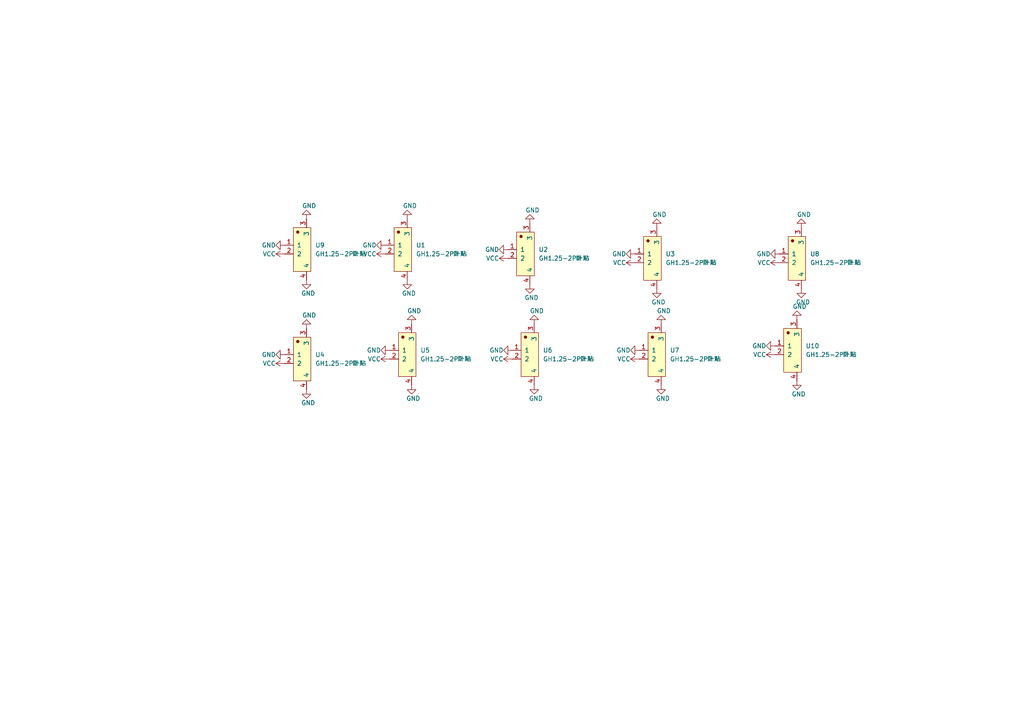
<source format=kicad_sch>
(kicad_sch (version 20231120) (generator "eeschema") (generator_version "7.99")
  (paper "A4")
  (lib_symbols
    (symbol "0000:GH1.25-2P卧贴" (pin_names (offset 1.016))
      (property "Reference" "U" (at 0 12.9794 0))
      (property "Value" "GH1.25-2P卧贴" (at 0 18.0594 0))
      (symbol "GH1.25-2P卧贴_1_1"
        (rectangle (start -1.27 7.62) (end 3.81 -5.08) (stroke (width 0.1524)) (fill (type background)))
        (circle (center 0 6.35) (radius 0.381) (stroke (width 0.1524)) (fill (type outline)))
        (pin input line (at -3.81 2.54 0) (length 2.54) (name "1") (number "1"))
        (pin input line (at -3.81 0 0) (length 2.54) (name "2") (number "2"))
        (pin input line (at 2.54 10.16 270) (length 2.54) (name "3") (number "3"))
        (pin input line (at 2.54 -7.62 90) (length 2.54) (name "4") (number "4"))
      )
    )
    (symbol "power:+10V" (power) (pin_names (offset 0))
      (property "Value" "+10V" (at 0 3.556 0))
      (symbol "+10V_0_1"
        (polyline (pts (xy -0.762 1.27) (xy 0 2.54)))
        (polyline (pts (xy 0 0) (xy 0 2.54)))
        (polyline (pts (xy 0 2.54) (xy 0.762 1.27)))
      )
      (symbol "+10V_1_1"
        (pin power_in line (at 0 0 90) (length 0) hide (name "+10V") (number "1"))
      )
    )
    (symbol "power:GND" (power) (pin_names (offset 0))
      (property "Value" "GND" (at 0 -3.81 0))
      (symbol "GND_0_1"
        (polyline (pts (xy 0 0) (xy 0 -1.27) (xy 1.27 -1.27) (xy 0 -2.54) (xy -1.27 -1.27) (xy 0 -1.27)))
      )
      (symbol "GND_1_1"
        (pin power_in line (at 0 0 270) (length 0) hide (name "GND") (number "1"))
      )
    )
  )
  (symbol (lib_id "power:GND") (at 118.11 63.5 180) (unit 1)
    (property "Reference" "#PWR07" (effects (hide yes)))
    (property "Value" "GND" (at 116.84 59.69 0) (effects (justify right)))
    (property "Description" "Power symbol creates a global label with name \"GND\" , ground" (effects (hide yes)))
  )
  (symbol (lib_id "0000:GH1.25-2P卧贴") (at 86.36 73.66 0) (unit 1)
    (property "Reference" "U9" (at 91.44 71.1199 0) (effects (justify left)))
    (property "Value" "GH1.25-2P卧贴" (at 91.44 73.6599 0) (effects (justify left)))
    (property "Footprint" "0000:JST_GH_SM02B-GHS-TB_1x02-1MP_P1.25mm_Horizontal" (effects (hide yes)))
    (property "Description" "C9900014668" (effects (hide yes)))
    (property "uuid" "std:7b48660451214e36b1a94b9b548c2714" (effects (hide yes)))
  )
  (symbol (lib_id "power:GND") (at 224.79 100.33 270) (unit 1)
    (property "Reference" "#PWR037" (effects (hide yes)))
    (property "Value" "GND" (at 222.25 100.33 90) (effects (justify right)))
    (property "Description" "Power symbol creates a global label with name \"GND\" , ground" (effects (hide yes)))
  )
  (symbol (lib_id "power:+10V") (at 184.15 76.2 90) (unit 1)
    (property "Reference" "#PWR014" (effects (hide yes)))
    (property "Value" "VCC" (at 181.61 76.2 90) (effects (justify left)))
    (property "Description" "Power symbol creates a global label with name \"+10V\"" (effects (hide yes)))
  )
  (symbol (lib_id "0000:GH1.25-2P卧贴") (at 228.6 102.87 0) (unit 1)
    (property "Reference" "U10" (at 233.68 100.3299 0) (effects (justify left)))
    (property "Value" "GH1.25-2P卧贴" (at 233.68 102.8699 0) (effects (justify left)))
    (property "Footprint" "0000:JST_GH_SM02B-GHS-TB_1x02-1MP_P1.25mm_Horizontal" (effects (hide yes)))
    (property "Description" "C9900014668" (effects (hide yes)))
    (property "uuid" "std:7b48660451214e36b1a94b9b548c2714" (effects (hide yes)))
  )
  (symbol (lib_id "power:GND") (at 184.15 73.66 270) (unit 1)
    (property "Reference" "#PWR013" (effects (hide yes)))
    (property "Value" "GND" (at 181.61 73.66 90) (effects (justify right)))
    (property "Description" "Power symbol creates a global label with name \"GND\" , ground" (effects (hide yes)))
  )
  (symbol (lib_id "0000:GH1.25-2P卧贴") (at 86.36 105.41 0) (unit 1)
    (property "Reference" "U4" (at 91.44 102.8699 0) (effects (justify left)))
    (property "Value" "GH1.25-2P卧贴" (at 91.44 105.4099 0) (effects (justify left)))
    (property "Footprint" "0000:JST_GH_SM02B-GHS-TB_1x02-1MP_P1.25mm_Horizontal" (effects (hide yes)))
    (property "Description" "C9900014668" (effects (hide yes)))
    (property "uuid" "std:7b48660451214e36b1a94b9b548c2714" (effects (hide yes)))
  )
  (symbol (lib_id "0000:GH1.25-2P卧贴") (at 229.87 76.2 0) (unit 1)
    (property "Reference" "U8" (at 234.95 73.6599 0) (effects (justify left)))
    (property "Value" "GH1.25-2P卧贴" (at 234.95 76.1999 0) (effects (justify left)))
    (property "Footprint" "0000:JST_GH_SM02B-GHS-TB_1x02-1MP_P1.25mm_Horizontal" (effects (hide yes)))
    (property "Description" "C9900014668" (effects (hide yes)))
    (property "uuid" "std:7b48660451214e36b1a94b9b548c2714" (effects (hide yes)))
  )
  (symbol (lib_id "power:GND") (at 82.55 71.12 270) (unit 1)
    (property "Reference" "#PWR02" (effects (hide yes)))
    (property "Value" "GND" (at 80.01 71.12 90) (effects (justify right)))
    (property "Description" "Power symbol creates a global label with name \"GND\" , ground" (effects (hide yes)))
  )
  (symbol (lib_id "power:+10V") (at 226.06 76.2 90) (unit 1)
    (property "Reference" "#PWR034" (effects (hide yes)))
    (property "Value" "VCC" (at 223.52 76.2 90) (effects (justify left)))
    (property "Description" "Power symbol creates a global label with name \"+10V\"" (effects (hide yes)))
  )
  (symbol (lib_id "power:+10V") (at 185.42 104.14 90) (unit 1)
    (property "Reference" "#PWR030" (effects (hide yes)))
    (property "Value" "VCC" (at 182.88 104.14 90) (effects (justify left)))
    (property "Description" "Power symbol creates a global label with name \"+10V\"" (effects (hide yes)))
  )
  (symbol (lib_id "power:GND") (at 185.42 101.6 270) (unit 1)
    (property "Reference" "#PWR029" (effects (hide yes)))
    (property "Value" "GND" (at 182.88 101.6 90) (effects (justify right)))
    (property "Description" "Power symbol creates a global label with name \"GND\" , ground" (effects (hide yes)))
  )
  (symbol (lib_id "power:GND") (at 190.5 66.04 180) (unit 1)
    (property "Reference" "#PWR015" (effects (hide yes)))
    (property "Value" "GND" (at 189.23 62.23 0) (effects (justify right)))
    (property "Description" "Power symbol creates a global label with name \"GND\" , ground" (effects (hide yes)))
  )
  (symbol (lib_id "power:GND") (at 153.67 64.77 180) (unit 1)
    (property "Reference" "#PWR011" (effects (hide yes)))
    (property "Value" "GND" (at 152.4 60.96 0) (effects (justify right)))
    (property "Description" "Power symbol creates a global label with name \"GND\" , ground" (effects (hide yes)))
  )
  (symbol (lib_id "power:GND") (at 88.9 63.5 180) (unit 1)
    (property "Reference" "#PWR03" (effects (hide yes)))
    (property "Value" "GND" (at 87.63 59.69 0) (effects (justify right)))
    (property "Description" "Power symbol creates a global label with name \"GND\" , ground" (effects (hide yes)))
  )
  (symbol (lib_id "power:GND") (at 88.9 95.25 180) (unit 1)
    (property "Reference" "#PWR019" (effects (hide yes)))
    (property "Value" "GND" (at 87.63 91.44 0) (effects (justify right)))
    (property "Description" "Power symbol creates a global label with name \"GND\" , ground" (effects (hide yes)))
  )
  (symbol (lib_id "power:GND") (at 119.38 93.98 180) (unit 1)
    (property "Reference" "#PWR023" (effects (hide yes)))
    (property "Value" "GND" (at 118.11 90.17 0) (effects (justify right)))
    (property "Description" "Power symbol creates a global label with name \"GND\" , ground" (effects (hide yes)))
  )
  (symbol (lib_id "power:+10V") (at 147.32 74.93 90) (unit 1)
    (property "Reference" "#PWR010" (effects (hide yes)))
    (property "Value" "VCC" (at 144.78 74.93 90) (effects (justify left)))
    (property "Description" "Power symbol creates a global label with name \"+10V\"" (effects (hide yes)))
  )
  (symbol (lib_id "power:GND") (at 191.77 111.76 0) (unit 1)
    (property "Reference" "#PWR032" (effects (hide yes)))
    (property "Value" "GND" (at 194.31 115.57 0) (effects (justify right)))
    (property "Description" "Power symbol creates a global label with name \"GND\" , ground" (effects (hide yes)))
  )
  (symbol (lib_id "power:GND") (at 119.38 111.76 0) (unit 1)
    (property "Reference" "#PWR024" (effects (hide yes)))
    (property "Value" "GND" (at 121.92 115.57 0) (effects (justify right)))
    (property "Description" "Power symbol creates a global label with name \"GND\" , ground" (effects (hide yes)))
  )
  (symbol (lib_id "power:+10V") (at 82.55 105.41 90) (unit 1)
    (property "Reference" "#PWR018" (effects (hide yes)))
    (property "Value" "VCC" (at 80.01 105.41 90) (effects (justify left)))
    (property "Description" "Power symbol creates a global label with name \"+10V\"" (effects (hide yes)))
  )
  (symbol (lib_id "power:GND") (at 231.14 110.49 0) (unit 1)
    (property "Reference" "#PWR040" (effects (hide yes)))
    (property "Value" "GND" (at 233.68 114.3 0) (effects (justify right)))
    (property "Description" "Power symbol creates a global label with name \"GND\" , ground" (effects (hide yes)))
  )
  (symbol (lib_id "power:GND") (at 226.06 73.66 270) (unit 1)
    (property "Reference" "#PWR033" (effects (hide yes)))
    (property "Value" "GND" (at 223.52 73.66 90) (effects (justify right)))
    (property "Description" "Power symbol creates a global label with name \"GND\" , ground" (effects (hide yes)))
  )
  (symbol (lib_id "power:+10V") (at 111.76 73.66 90) (unit 1)
    (property "Reference" "#PWR06" (effects (hide yes)))
    (property "Value" "VCC" (at 109.22 73.66 90) (effects (justify left)))
    (property "Description" "Power symbol creates a global label with name \"+10V\"" (effects (hide yes)))
  )
  (symbol (lib_id "power:GND") (at 232.41 83.82 0) (unit 1)
    (property "Reference" "#PWR036" (effects (hide yes)))
    (property "Value" "GND" (at 234.95 87.63 0) (effects (justify right)))
    (property "Description" "Power symbol creates a global label with name \"GND\" , ground" (effects (hide yes)))
  )
  (symbol (lib_id "power:GND") (at 191.77 93.98 180) (unit 1)
    (property "Reference" "#PWR031" (effects (hide yes)))
    (property "Value" "GND" (at 190.5 90.17 0) (effects (justify right)))
    (property "Description" "Power symbol creates a global label with name \"GND\" , ground" (effects (hide yes)))
  )
  (symbol (lib_id "0000:GH1.25-2P卧贴") (at 152.4 104.14 0) (unit 1)
    (property "Reference" "U6" (at 157.48 101.5999 0) (effects (justify left)))
    (property "Value" "GH1.25-2P卧贴" (at 157.48 104.1399 0) (effects (justify left)))
    (property "Footprint" "0000:JST_GH_SM02B-GHS-TB_1x02-1MP_P1.25mm_Horizontal" (effects (hide yes)))
    (property "Description" "C9900014668" (effects (hide yes)))
    (property "uuid" "std:7b48660451214e36b1a94b9b548c2714" (effects (hide yes)))
  )
  (symbol (lib_id "power:GND") (at 113.03 101.6 270) (unit 1)
    (property "Reference" "#PWR021" (effects (hide yes)))
    (property "Value" "GND" (at 110.49 101.6 90) (effects (justify right)))
    (property "Description" "Power symbol creates a global label with name \"GND\" , ground" (effects (hide yes)))
  )
  (symbol (lib_id "0000:GH1.25-2P卧贴") (at 187.96 76.2 0) (unit 1)
    (property "Reference" "U3" (at 193.04 73.6599 0) (effects (justify left)))
    (property "Value" "GH1.25-2P卧贴" (at 193.04 76.1999 0) (effects (justify left)))
    (property "Footprint" "0000:JST_GH_SM02B-GHS-TB_1x02-1MP_P1.25mm_Horizontal" (effects (hide yes)))
    (property "Description" "C9900014668" (effects (hide yes)))
    (property "uuid" "std:7b48660451214e36b1a94b9b548c2714" (effects (hide yes)))
  )
  (symbol (lib_id "power:GND") (at 153.67 82.55 0) (unit 1)
    (property "Reference" "#PWR012" (effects (hide yes)))
    (property "Value" "GND" (at 156.21 86.36 0) (effects (justify right)))
    (property "Description" "Power symbol creates a global label with name \"GND\" , ground" (effects (hide yes)))
  )
  (symbol (lib_id "power:+10V") (at 113.03 104.14 90) (unit 1)
    (property "Reference" "#PWR022" (effects (hide yes)))
    (property "Value" "VCC" (at 110.49 104.14 90) (effects (justify left)))
    (property "Description" "Power symbol creates a global label with name \"+10V\"" (effects (hide yes)))
  )
  (symbol (lib_id "power:+10V") (at 224.79 102.87 90) (unit 1)
    (property "Reference" "#PWR038" (effects (hide yes)))
    (property "Value" "VCC" (at 222.25 102.87 90) (effects (justify left)))
    (property "Description" "Power symbol creates a global label with name \"+10V\"" (effects (hide yes)))
  )
  (symbol (lib_id "power:GND") (at 154.94 93.98 180) (unit 1)
    (property "Reference" "#PWR027" (effects (hide yes)))
    (property "Value" "GND" (at 153.67 90.17 0) (effects (justify right)))
    (property "Description" "Power symbol creates a global label with name \"GND\" , ground" (effects (hide yes)))
  )
  (symbol (lib_id "power:GND") (at 232.41 66.04 180) (unit 1)
    (property "Reference" "#PWR035" (effects (hide yes)))
    (property "Value" "GND" (at 231.14 62.23 0) (effects (justify right)))
    (property "Description" "Power symbol creates a global label with name \"GND\" , ground" (effects (hide yes)))
  )
  (symbol (lib_id "power:GND") (at 231.14 92.71 180) (unit 1)
    (property "Reference" "#PWR039" (effects (hide yes)))
    (property "Value" "GND" (at 229.87 88.9 0) (effects (justify right)))
    (property "Description" "Power symbol creates a global label with name \"GND\" , ground" (effects (hide yes)))
  )
  (symbol (lib_id "power:GND") (at 82.55 102.87 270) (unit 1)
    (property "Reference" "#PWR017" (effects (hide yes)))
    (property "Value" "GND" (at 80.01 102.87 90) (effects (justify right)))
    (property "Description" "Power symbol creates a global label with name \"GND\" , ground" (effects (hide yes)))
  )
  (symbol (lib_id "0000:GH1.25-2P卧贴") (at 116.84 104.14 0) (unit 1)
    (property "Reference" "U5" (at 121.92 101.5999 0) (effects (justify left)))
    (property "Value" "GH1.25-2P卧贴" (at 121.92 104.1399 0) (effects (justify left)))
    (property "Footprint" "0000:JST_GH_SM02B-GHS-TB_1x02-1MP_P1.25mm_Horizontal" (effects (hide yes)))
    (property "Description" "C9900014668" (effects (hide yes)))
    (property "uuid" "std:7b48660451214e36b1a94b9b548c2714" (effects (hide yes)))
  )
  (symbol (lib_id "power:GND") (at 111.76 71.12 270) (unit 1)
    (property "Reference" "#PWR05" (effects (hide yes)))
    (property "Value" "GND" (at 109.22 71.12 90) (effects (justify right)))
    (property "Description" "Power symbol creates a global label with name \"GND\" , ground" (effects (hide yes)))
  )
  (symbol (lib_id "power:GND") (at 118.11 81.28 0) (unit 1)
    (property "Reference" "#PWR08" (effects (hide yes)))
    (property "Value" "GND" (at 120.65 85.09 0) (effects (justify right)))
    (property "Description" "Power symbol creates a global label with name \"GND\" , ground" (effects (hide yes)))
  )
  (symbol (lib_id "power:+10V") (at 148.59 104.14 90) (unit 1)
    (property "Reference" "#PWR026" (effects (hide yes)))
    (property "Value" "VCC" (at 146.05 104.14 90) (effects (justify left)))
    (property "Description" "Power symbol creates a global label with name \"+10V\"" (effects (hide yes)))
  )
  (symbol (lib_id "0000:GH1.25-2P卧贴") (at 151.13 74.93 0) (unit 1)
    (property "Reference" "U2" (at 156.21 72.3899 0) (effects (justify left)))
    (property "Value" "GH1.25-2P卧贴" (at 156.21 74.9299 0) (effects (justify left)))
    (property "Footprint" "0000:JST_GH_SM02B-GHS-TB_1x02-1MP_P1.25mm_Horizontal" (effects (hide yes)))
    (property "Description" "C9900014668" (effects (hide yes)))
    (property "uuid" "std:7b48660451214e36b1a94b9b548c2714" (effects (hide yes)))
  )
  (symbol (lib_id "power:GND") (at 147.32 72.39 270) (unit 1)
    (property "Reference" "#PWR09" (effects (hide yes)))
    (property "Value" "GND" (at 144.78 72.39 90) (effects (justify right)))
    (property "Description" "Power symbol creates a global label with name \"GND\" , ground" (effects (hide yes)))
  )
  (symbol (lib_id "power:GND") (at 148.59 101.6 270) (unit 1)
    (property "Reference" "#PWR025" (effects (hide yes)))
    (property "Value" "GND" (at 146.05 101.6 90) (effects (justify right)))
    (property "Description" "Power symbol creates a global label with name \"GND\" , ground" (effects (hide yes)))
  )
  (symbol (lib_id "power:GND") (at 154.94 111.76 0) (unit 1)
    (property "Reference" "#PWR028" (effects (hide yes)))
    (property "Value" "GND" (at 157.48 115.57 0) (effects (justify right)))
    (property "Description" "Power symbol creates a global label with name \"GND\" , ground" (effects (hide yes)))
  )
  (symbol (lib_id "power:GND") (at 190.5 83.82 0) (unit 1)
    (property "Reference" "#PWR016" (effects (hide yes)))
    (property "Value" "GND" (at 193.04 87.63 0) (effects (justify right)))
    (property "Description" "Power symbol creates a global label with name \"GND\" , ground" (effects (hide yes)))
  )
  (symbol (lib_id "0000:GH1.25-2P卧贴") (at 115.57 73.66 0) (unit 1)
    (property "Reference" "U1" (at 120.65 71.1199 0) (effects (justify left)))
    (property "Value" "GH1.25-2P卧贴" (at 120.65 73.6599 0) (effects (justify left)))
    (property "Footprint" "0000:JST_GH_SM02B-GHS-TB_1x02-1MP_P1.25mm_Horizontal" (effects (hide yes)))
    (property "Description" "C9900014668" (effects (hide yes)))
    (property "uuid" "std:7b48660451214e36b1a94b9b548c2714" (effects (hide yes)))
  )
  (symbol (lib_id "0000:GH1.25-2P卧贴") (at 189.23 104.14 0) (unit 1)
    (property "Reference" "U7" (at 194.31 101.5999 0) (effects (justify left)))
    (property "Value" "GH1.25-2P卧贴" (at 194.31 104.1399 0) (effects (justify left)))
    (property "Footprint" "0000:JST_GH_SM02B-GHS-TB_1x02-1MP_P1.25mm_Horizontal" (effects (hide yes)))
    (property "Description" "C9900014668" (effects (hide yes)))
    (property "uuid" "std:7b48660451214e36b1a94b9b548c2714" (effects (hide yes)))
  )
  (symbol (lib_id "power:+10V") (at 82.55 73.66 90) (unit 1)
    (property "Reference" "#PWR01" (effects (hide yes)))
    (property "Value" "VCC" (at 80.01 73.66 90) (effects (justify left)))
    (property "Description" "Power symbol creates a global label with name \"+10V\"" (effects (hide yes)))
  )
  (symbol (lib_id "power:GND") (at 88.9 113.03 0) (unit 1)
    (property "Reference" "#PWR020" (effects (hide yes)))
    (property "Value" "GND" (at 91.44 116.84 0) (effects (justify right)))
    (property "Description" "Power symbol creates a global label with name \"GND\" , ground" (effects (hide yes)))
  )
  (symbol (lib_id "power:GND") (at 88.9 81.28 0) (unit 1)
    (property "Reference" "#PWR04" (effects (hide yes)))
    (property "Value" "GND" (at 91.44 85.09 0) (effects (justify right)))
    (property "Description" "Power symbol creates a global label with name \"GND\" , ground" (effects (hide yes)))
  )
)
</source>
